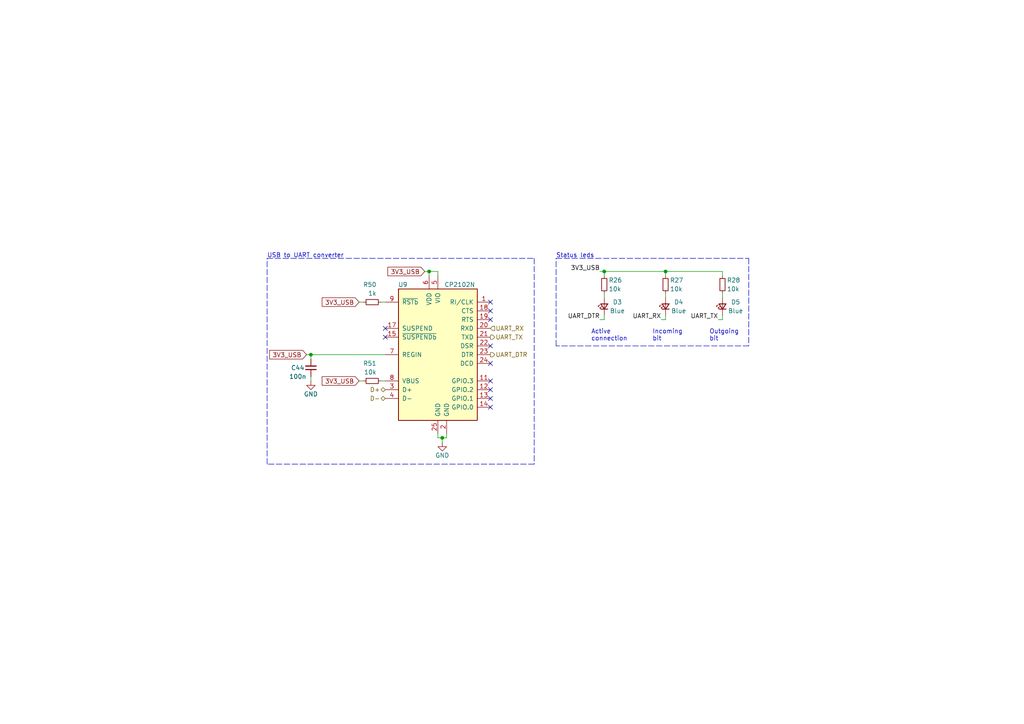
<source format=kicad_sch>
(kicad_sch (version 20211123) (generator eeschema)
  (paper "A4")
  (title_block (title "4x38W amp with DSP and BT") (date "2021-12-01") (rev "1.0") (company "ZOUDIO"))
  (lib_symbols
    (symbol "Device:C_Small" (pin_numbers hide) (pin_names (offset 0.254) hide)
      (property "Reference" "C" (at 0.254 1.778 0))
      (property "Value" "C_Small" (at 0.254 -2.032 0))
      (symbol "C_Small_0_1"
        (polyline (pts (xy -1.524 -0.508) (xy 1.524 -0.508)) (stroke (width 0.3302)))
        (polyline (pts (xy -1.524 0.508) (xy 1.524 0.508)) (stroke (width 0.3048)))
      )
      (symbol "C_Small_1_1"
        (pin passive line (at 0 2.54 270) (length 2.032) (name "~") (number "1"))
        (pin passive line (at 0 -2.54 90) (length 2.032) (name "~") (number "2"))
      )
    )
    (symbol "Device:LED_Small" (pin_numbers hide) (pin_names (offset 0.254) hide)
      (property "Reference" "D" (at -1.27 3.175 0))
      (property "Value" "LED_Small" (at -4.445 -2.54 0))
      (symbol "LED_Small_0_1"
        (polyline (pts (xy -0.762 -1.016) (xy -0.762 1.016)) (stroke (width 0.254)))
        (polyline (pts (xy 1.016 0) (xy -0.762 0)))
        (polyline (pts (xy 0.762 -1.016) (xy -0.762 0) (xy 0.762 1.016) (xy 0.762 -1.016)) (stroke (width 0.254)))
        (polyline (pts (xy 0 0.762) (xy -0.508 1.27) (xy -0.254 1.27) (xy -0.508 1.27) (xy -0.508 1.016)))
        (polyline (pts (xy 0.508 1.27) (xy 0 1.778) (xy 0.254 1.778) (xy 0 1.778) (xy 0 1.524)))
      )
      (symbol "LED_Small_1_1"
        (pin passive line (at -2.54 0 0) (length 1.778) (name "K") (number "1"))
        (pin passive line (at 2.54 0 180) (length 1.778) (name "A") (number "2"))
      )
    )
    (symbol "Device:R_Small" (pin_numbers hide) (pin_names (offset 0.254) hide)
      (property "Reference" "R" (at 0.762 0.508 0))
      (property "Value" "R_Small" (at 0.762 -1.016 0))
      (symbol "R_Small_0_1"
        (rectangle (start -0.762 1.778) (end 0.762 -1.778) (stroke (width 0.2032)))
      )
      (symbol "R_Small_1_1"
        (pin passive line (at 0 2.54 270) (length 0.762) (name "~") (number "1"))
        (pin passive line (at 0 -2.54 90) (length 0.762) (name "~") (number "2"))
      )
    )
    (symbol "Interface_USB:CP2102N-A01-GQFN24" (pin_names (offset 1.016))
      (property "Reference" "U" (at -5.08 22.225 0))
      (property "Value" "Interface_USB_CP2102N-A01-GQFN24" (at -5.08 20.32 0))
      (symbol "CP2102N-A01-GQFN24_0_1"
        (rectangle (start -11.43 19.05) (end 11.43 -19.05) (stroke (width 0.254)) (fill (type background)))
      )
      (symbol "CP2102N-A01-GQFN24_1_1"
        (pin bidirectional line (at 15.24 15.24 180) (length 3.81) (name "RI/CLK") (number "1"))
        (pin no_connect line (at 10.16 -22.86 90) (length 3.81) hide (name "NC") (number "10"))
        (pin bidirectional line (at 15.24 -7.62 180) (length 3.81) (name "GPIO.3") (number "11"))
        (pin bidirectional line (at 15.24 -10.16 180) (length 3.81) (name "GPIO.2") (number "12"))
        (pin bidirectional line (at 15.24 -12.7 180) (length 3.81) (name "GPIO.1") (number "13"))
        (pin bidirectional line (at 15.24 -15.24 180) (length 3.81) (name "GPIO.0") (number "14"))
        (pin output line (at -15.24 5.08 0) (length 3.81) (name "~{SUSPENDb}") (number "15"))
        (pin no_connect line (at 7.62 -22.86 90) (length 3.81) hide (name "NC") (number "16"))
        (pin output line (at -15.24 7.62 0) (length 3.81) (name "SUSPEND") (number "17"))
        (pin input line (at 15.24 12.7 180) (length 3.81) (name "CTS") (number "18"))
        (pin output line (at 15.24 10.16 180) (length 3.81) (name "RTS") (number "19"))
        (pin power_in line (at 2.54 -22.86 90) (length 3.81) (name "GND") (number "2"))
        (pin input line (at 15.24 7.62 180) (length 3.81) (name "RXD") (number "20"))
        (pin output line (at 15.24 5.08 180) (length 3.81) (name "TXD") (number "21"))
        (pin input line (at 15.24 2.54 180) (length 3.81) (name "DSR") (number "22"))
        (pin output line (at 15.24 0 180) (length 3.81) (name "DTR") (number "23"))
        (pin input line (at 15.24 -2.54 180) (length 3.81) (name "DCD") (number "24"))
        (pin power_in line (at 0 -22.86 90) (length 3.81) (name "GND") (number "25"))
        (pin bidirectional line (at -15.24 -10.16 0) (length 3.81) (name "D+") (number "3"))
        (pin bidirectional line (at -15.24 -12.7 0) (length 3.81) (name "D-") (number "4"))
        (pin power_in line (at 0 22.86 270) (length 3.81) (name "VIO") (number "5"))
        (pin power_in line (at -2.54 22.86 270) (length 3.81) (name "VDD") (number "6"))
        (pin power_in line (at -15.24 0 0) (length 3.81) (name "REGIN") (number "7"))
        (pin input line (at -15.24 -7.62 0) (length 3.81) (name "VBUS") (number "8"))
        (pin input line (at -15.24 15.24 0) (length 3.81) (name "~{RSTb}") (number "9"))
      )
    )
    (symbol "power:GND" (power) (pin_names (offset 0))
      (property "Value" "GND" (at 0 -3.81 0))
      (symbol "GND_0_1"
        (polyline (pts (xy 0 0) (xy 0 -1.27) (xy 1.27 -1.27) (xy 0 -2.54) (xy -1.27 -1.27) (xy 0 -1.27)))
      )
      (symbol "GND_1_1"
        (pin power_in line (at 0 0 270) (length 0) hide (name "GND") (number "1"))
      )
    )
  )
  (junction (at 124.46 78.74))
  (junction (at 175.26 78.74))
  (junction (at 193.04 78.74))
  (junction (at 128.27 127))
  (junction (at 90.17 102.87))
  (no_connect (at 142.24 118.11))
  (no_connect (at 142.24 113.03))
  (no_connect (at 142.24 92.71))
  (no_connect (at 142.24 110.49))
  (no_connect (at 142.24 90.17))
  (no_connect (at 142.24 100.33))
  (no_connect (at 111.76 97.79))
  (no_connect (at 111.76 95.25))
  (no_connect (at 142.24 115.57))
  (no_connect (at 142.24 105.41))
  (no_connect (at 142.24 87.63))
  (wire (pts (xy 175.26 78.74) (xy 173.99 78.74)))
  (wire (pts (xy 104.14 87.63) (xy 105.41 87.63)))
  (wire (pts (xy 128.27 127) (xy 129.54 127)))
  (wire (pts (xy 209.55 92.71) (xy 209.55 91.44)))
  (wire (pts (xy 124.46 78.74) (xy 127 78.74)))
  (wire (pts (xy 191.77 92.71) (xy 193.04 92.71)))
  (polyline (pts (xy 77.47 74.93) (xy 154.94 74.93)))
  (wire (pts (xy 127 125.73) (xy 127 127)))
  (wire (pts (xy 175.26 85.09) (xy 175.26 86.36)))
  (wire (pts (xy 90.17 109.22) (xy 90.17 110.49)))
  (polyline (pts (xy 161.29 100.33) (xy 161.29 74.93)))
  (wire (pts (xy 129.54 127) (xy 129.54 125.73)))
  (wire (pts (xy 127 127) (xy 128.27 127)))
  (wire (pts (xy 90.17 102.87) (xy 111.76 102.87)))
  (wire (pts (xy 175.26 78.74) (xy 175.26 80.01)))
  (wire (pts (xy 175.26 92.71) (xy 173.99 92.71)))
  (wire (pts (xy 124.46 80.01) (xy 124.46 78.74)))
  (wire (pts (xy 193.04 80.01) (xy 193.04 78.74)))
  (polyline (pts (xy 77.47 134.62) (xy 77.47 74.93)))
  (wire (pts (xy 209.55 85.09) (xy 209.55 86.36)))
  (wire (pts (xy 90.17 102.87) (xy 90.17 104.14)))
  (wire (pts (xy 175.26 91.44) (xy 175.26 92.71)))
  (wire (pts (xy 193.04 85.09) (xy 193.04 86.36)))
  (polyline (pts (xy 217.17 74.93) (xy 217.17 100.33)))
  (wire (pts (xy 175.26 78.74) (xy 193.04 78.74)))
  (wire (pts (xy 127 78.74) (xy 127 80.01)))
  (polyline (pts (xy 217.17 100.33) (xy 161.29 100.33)))
  (wire (pts (xy 88.9 102.87) (xy 90.17 102.87)))
  (wire (pts (xy 110.49 87.63) (xy 111.76 87.63)))
  (polyline (pts (xy 154.94 134.62) (xy 77.47 134.62)))
  (wire (pts (xy 193.04 78.74) (xy 209.55 78.74)))
  (wire (pts (xy 128.27 127) (xy 128.27 128.27)))
  (wire (pts (xy 110.49 110.49) (xy 111.76 110.49)))
  (polyline (pts (xy 154.94 74.93) (xy 154.94 134.62)))
  (wire (pts (xy 209.55 80.01) (xy 209.55 78.74)))
  (wire (pts (xy 193.04 92.71) (xy 193.04 91.44)))
  (wire (pts (xy 208.28 92.71) (xy 209.55 92.71)))
  (wire (pts (xy 123.19 78.74) (xy 124.46 78.74)))
  (polyline (pts (xy 161.29 74.93) (xy 217.17 74.93)))
  (wire (pts (xy 105.41 110.49) (xy 104.14 110.49)))
  (text "Incoming\nbit" (at 189.23 99.06 0) (effects (font (size 1.27 1.27)) (justify left bottom)))
  (text "USB to UART converter" (at 77.47 74.93 0) (effects (font (size 1.27 1.27)) (justify left bottom)))
  (text "Status leds" (at 161.29 74.93 0) (effects (font (size 1.27 1.27)) (justify left bottom)))
  (text "Active\nconnection" (at 171.45 99.06 0) (effects (font (size 1.27 1.27)) (justify left bottom)))
  (text "Outgoing\nbit" (at 205.74 99.06 0) (effects (font (size 1.27 1.27)) (justify left bottom)))
  (label "UART_TX" (at 208.28 92.71 180))
  (label "UART_RX" (at 191.77 92.71 180))
  (label "3V3_USB" (at 173.99 78.74 180))
  (label "UART_DTR" (at 173.99 92.71 180))
  (global_label "3V3_USB" (shape input) (at 88.9 102.87 180) (property "Intersheet References" "${INTERSHEET_REFS}" (effects hide)))
  (global_label "3V3_USB" (shape input) (at 104.14 110.49 180) (property "Intersheet References" "${INTERSHEET_REFS}" (effects hide)))
  (global_label "3V3_USB" (shape input) (at 123.19 78.74 180) (property "Intersheet References" "${INTERSHEET_REFS}" (effects hide)))
  (global_label "3V3_USB" (shape input) (at 104.14 87.63 180) (property "Intersheet References" "${INTERSHEET_REFS}" (effects hide)))
  (hierarchical_label "UART_DTR" (shape output) (at 142.24 102.87 0))
  (hierarchical_label "D+" (shape bidirectional) (at 111.76 113.03 180))
  (hierarchical_label "UART_TX" (shape output) (at 142.24 97.79 0))
  (hierarchical_label "D-" (shape bidirectional) (at 111.76 115.57 180))
  (hierarchical_label "UART_RX" (shape input) (at 142.24 95.25 0))
  (symbol (lib_id "Device:R_Small") (at 209.55 82.55 0) (unit 1)
    (property "Reference" "R28" (at 210.82 81.28 0) (effects (justify left)))
    (property "Value" "10k" (at 210.82 83.82 0) (effects (justify left)))
    (property "Footprint" "Resistor_SMD:R_0603_1608Metric" (effects hide))
    (property "Manufacturer" "Yageo" (effects hide))
    (property "Partnumber" "RC0603FR-0710KL" (effects hide))
  )
  (symbol (lib_id "Device:LED_Small") (at 209.55 88.9 90) (unit 1)
    (property "Reference" "D5" (at 213.36 87.63 90))
    (property "Value" "Blue" (at 213.36 90.17 90))
    (property "Footprint" "LED_SMD:LED_0603_1608Metric" (effects hide))
    (property "Manufacturer" "Wurth" (effects hide))
    (property "Partnumber" "150060BS75000" (effects hide))
  )
  (symbol (lib_id "Device:R_Small") (at 193.04 82.55 0) (unit 1)
    (property "Reference" "R27" (at 194.31 81.28 0) (effects (justify left)))
    (property "Value" "10k" (at 194.31 83.82 0) (effects (justify left)))
    (property "Footprint" "Resistor_SMD:R_0603_1608Metric" (effects hide))
    (property "Manufacturer" "Yageo" (effects hide))
    (property "Partnumber" "RC0603FR-0710KL" (effects hide))
  )
  (symbol (lib_id "Device:LED_Small") (at 193.04 88.9 90) (unit 1)
    (property "Reference" "D4" (at 196.85 87.63 90))
    (property "Value" "Blue" (at 196.85 90.17 90))
    (property "Footprint" "LED_SMD:LED_0603_1608Metric" (effects hide))
    (property "Manufacturer" "Wurth" (effects hide))
    (property "Partnumber" "150060BS75000" (effects hide))
  )
  (symbol (lib_id "Device:R_Small") (at 175.26 82.55 0) (unit 1)
    (property "Reference" "R26" (at 176.53 81.28 0) (effects (justify left)))
    (property "Value" "10k" (at 176.53 83.82 0) (effects (justify left)))
    (property "Footprint" "Resistor_SMD:R_0603_1608Metric" (effects hide))
    (property "Manufacturer" "Yageo" (effects hide))
    (property "Partnumber" "RC0603FR-0710KL" (effects hide))
  )
  (symbol (lib_id "Device:LED_Small") (at 175.26 88.9 90) (unit 1)
    (property "Reference" "D3" (at 179.07 87.63 90))
    (property "Value" "Blue" (at 179.07 90.17 90))
    (property "Footprint" "LED_SMD:LED_0603_1608Metric" (effects hide))
    (property "Manufacturer" "Wurth" (effects hide))
    (property "Partnumber" "150060BS75000" (effects hide))
  )
  (symbol (lib_id "Device:C_Small") (at 90.17 106.68 0) (mirror x) (unit 1)
    (property "Reference" "C44" (at 86.36 106.68 0))
    (property "Value" "100n" (at 86.36 109.22 0))
    (property "Footprint" "Capacitor_SMD:C_0603_1608Metric" (effects hide))
    (property "Manufacturer" "Murata" (effects hide))
    (property "Partnumber" "GCM188L81H104KA57D" (effects hide))
  )
  (symbol (lib_id "Interface_USB:CP2102N-A01-GQFN24") (at 127 102.87 0) (unit 1)
    (property "Reference" "U9" (at 116.84 82.55 0))
    (property "Value" "CP2102N" (at 133.35 82.55 0))
    (property "Footprint" "Package_DFN_QFN:QFN-24-1EP_4x4mm_P0.5mm_EP2.6x2.6mm" (effects hide))
    (property "Datasheet" "https://www.silabs.com/documents/public/data-sheets/cp2102n-datasheet.pdf" (effects hide))
    (property "Manufacturer" "Silicon Labs" (effects hide))
    (property "Partnumber" "CP2102N-A02-GQFN24" (effects hide))
  )
  (symbol (lib_id "power:GND") (at 128.27 128.27 0) (unit 1)
    (property "Reference" "#PWR0162" (effects hide))
    (property "Value" "GND" (at 128.27 132.08 0))
  )
  (symbol (lib_id "Device:R_Small") (at 107.95 87.63 90) (unit 1)
    (property "Reference" "R50" (at 109.22 82.55 90) (effects (justify left)))
    (property "Value" "1k" (at 109.22 85.09 90) (effects (justify left)))
    (property "Footprint" "Resistor_SMD:R_0603_1608Metric" (effects hide))
    (property "Manufacturer" "Yageo" (effects hide))
    (property "Partnumber" "RC0603FR-071KL" (effects hide))
  )
  (symbol (lib_id "Device:R_Small") (at 107.95 110.49 90) (unit 1)
    (property "Reference" "R51" (at 109.22 105.41 90) (effects (justify left)))
    (property "Value" "10k" (at 109.22 107.95 90) (effects (justify left)))
    (property "Footprint" "Resistor_SMD:R_0603_1608Metric" (effects hide))
    (property "Manufacturer" "Yageo" (effects hide))
    (property "Partnumber" "RC0603FR-0710KL" (effects hide))
  )
  (symbol (lib_id "power:GND") (at 90.17 110.49 0) (unit 1)
    (property "Reference" "#PWR0175" (effects hide))
    (property "Value" "GND" (at 90.17 114.3 0))
  )
)
</source>
